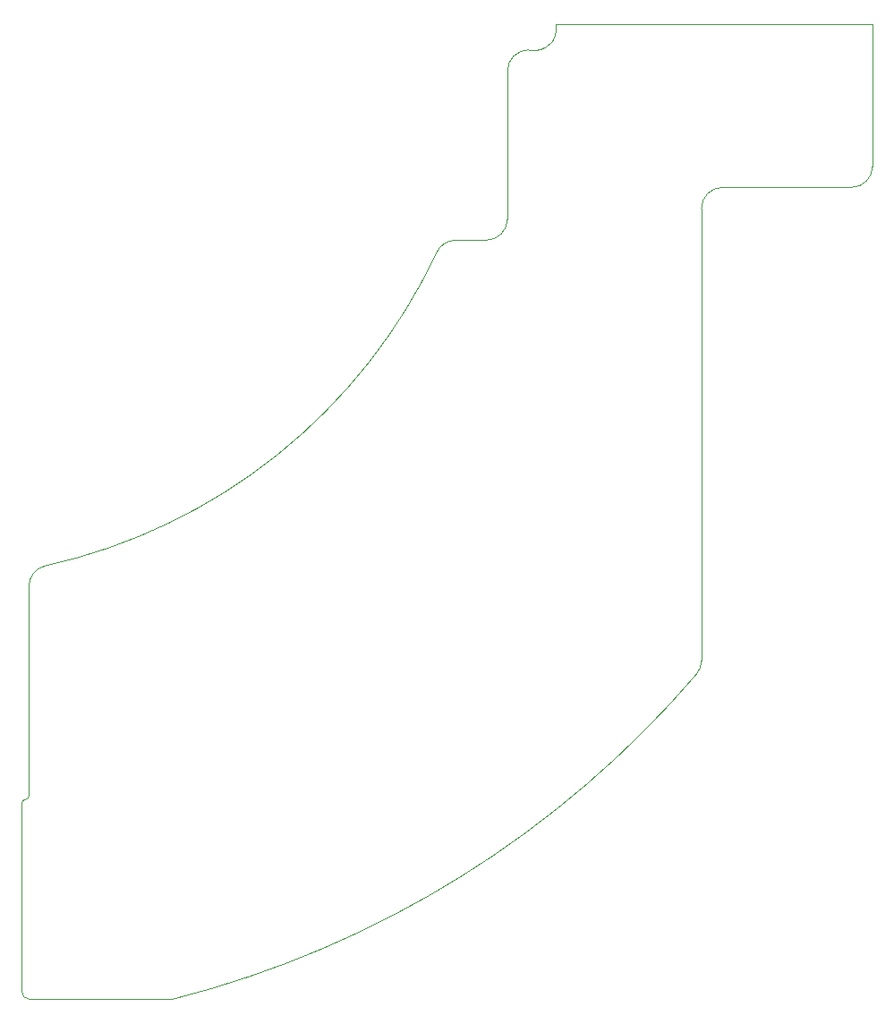
<source format=gbr>
%TF.GenerationSoftware,KiCad,Pcbnew,(6.0.4-0)*%
%TF.CreationDate,2022-06-27T19:58:50+02:00*%
%TF.ProjectId,GlowTube,476c6f77-5475-4626-952e-6b696361645f,rev?*%
%TF.SameCoordinates,Original*%
%TF.FileFunction,Profile,NP*%
%FSLAX46Y46*%
G04 Gerber Fmt 4.6, Leading zero omitted, Abs format (unit mm)*
G04 Created by KiCad (PCBNEW (6.0.4-0)) date 2022-06-27 19:58:50*
%MOMM*%
%LPD*%
G01*
G04 APERTURE LIST*
%TA.AperFunction,Profile*%
%ADD10C,0.100000*%
%TD*%
%ADD11C,0.100000*%
G04 APERTURE END LIST*
D10*
X86483479Y-174001421D02*
G75*
G03*
X87183450Y-174701421I700021J21D01*
G01*
X166981778Y-95920473D02*
X166981778Y-82510473D01*
X150300816Y-143986689D02*
G75*
G03*
X150781778Y-142685703I-1518816J1300889D01*
G01*
D11*
X137003343Y-82510473D02*
X137001468Y-82623874D01*
X136999423Y-82737274D01*
X136997207Y-82850670D01*
X136994821Y-82964064D01*
D10*
X86839996Y-155819970D02*
G75*
G03*
X87144887Y-155472920I-45096J347070D01*
G01*
X134427266Y-84920466D02*
G75*
G03*
X132427266Y-86920473I34J-2000034D01*
G01*
X127543813Y-102920500D02*
G75*
G03*
X125732455Y-104072545I-13J-2000000D01*
G01*
X87144887Y-135670995D02*
X87144887Y-155472920D01*
X86788573Y-155826645D02*
G75*
G03*
X86483450Y-156173777I44927J-347155D01*
G01*
X88713309Y-133718110D02*
G75*
G03*
X87144887Y-135670995I431591J-1952890D01*
G01*
D11*
X134995296Y-84920473D02*
X135117134Y-84916758D01*
X135238276Y-84905657D01*
X135358388Y-84887236D01*
X135477139Y-84861561D01*
X135594196Y-84828696D01*
X135709226Y-84788708D01*
X135754597Y-84770733D01*
D10*
X164981778Y-97920478D02*
G75*
G03*
X166981778Y-95920473I-78J2000078D01*
G01*
X100895302Y-174679792D02*
G75*
G03*
X150300808Y-143986682I-23761092J93356922D01*
G01*
X86788576Y-155826666D02*
G75*
G03*
X86840000Y-155820000I-10524676J81392766D01*
G01*
X134995296Y-84920473D02*
X134427266Y-84920473D01*
X86483450Y-156173777D02*
X86483450Y-174001421D01*
X150781778Y-142685703D02*
X150781778Y-99920473D01*
X152781778Y-97920473D02*
X164981778Y-97920473D01*
X88713310Y-133718114D02*
G75*
G03*
X125732455Y-104072545I-11579100J52395244D01*
G01*
D11*
X135754597Y-84770733D02*
X135865903Y-84721040D01*
X135973760Y-84664779D01*
X136077886Y-84602137D01*
X136177998Y-84533300D01*
X136273814Y-84458455D01*
X136365050Y-84377789D01*
X136400200Y-84343935D01*
X136400200Y-84343935D02*
X136484307Y-84255705D01*
X136562729Y-84162708D01*
X136635277Y-84065224D01*
X136701760Y-83963534D01*
X136761987Y-83857916D01*
X136815768Y-83748652D01*
X136835433Y-83703988D01*
D10*
X132427266Y-86920473D02*
X132427266Y-100920473D01*
X166981778Y-82510473D02*
X137003343Y-82510473D01*
X100722645Y-174701432D02*
G75*
G03*
X100895303Y-174679794I-45J700032D01*
G01*
X130427266Y-102920466D02*
G75*
G03*
X132427266Y-100920473I34J1999966D01*
G01*
D11*
X136835433Y-83703988D02*
X136878831Y-83593000D01*
X136915478Y-83479845D01*
X136945306Y-83364832D01*
X136968249Y-83248272D01*
X136984240Y-83130473D01*
X136993212Y-83011745D01*
X136994821Y-82964064D01*
D10*
X130427266Y-102920473D02*
X127543813Y-102920473D01*
X87183450Y-174701421D02*
X100722645Y-174701421D01*
X152781778Y-97920478D02*
G75*
G03*
X150781778Y-99920473I-78J-1999922D01*
G01*
M02*

</source>
